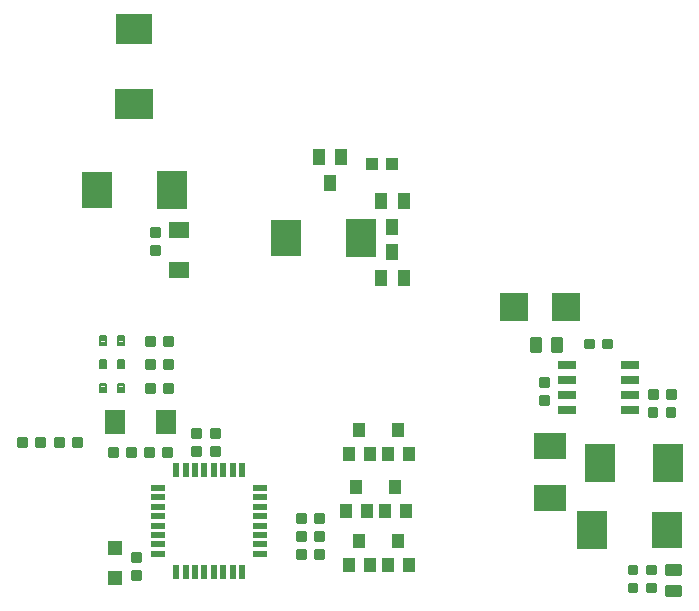
<source format=gtp>
G75*
%MOIN*%
%OFA0B0*%
%FSLAX24Y24*%
%IPPOS*%
%LPD*%
%AMOC8*
5,1,8,0,0,1.08239X$1,22.5*
%
%ADD10R,0.0600X0.0250*%
%ADD11C,0.0088*%
%ADD12R,0.1000X0.1200*%
%ADD13R,0.1000X0.1250*%
%ADD14C,0.0100*%
%ADD15R,0.0984X0.1260*%
%ADD16R,0.1080X0.0850*%
%ADD17R,0.0220X0.0500*%
%ADD18R,0.0500X0.0220*%
%ADD19R,0.0945X0.0945*%
%ADD20R,0.0500X0.0500*%
%ADD21R,0.0400X0.0450*%
%ADD22C,0.0075*%
%ADD23R,0.0700X0.0800*%
%ADD24R,0.0394X0.0551*%
%ADD25R,0.0709X0.0551*%
%ADD26R,0.1200X0.1000*%
%ADD27R,0.1250X0.1000*%
%ADD28R,0.0394X0.0433*%
D10*
X019076Y009290D03*
X019076Y009790D03*
X019076Y010290D03*
X019076Y010790D03*
X021176Y010790D03*
X021176Y010290D03*
X021176Y009790D03*
X021176Y009290D03*
D11*
X021780Y009085D02*
X022042Y009085D01*
X021780Y009085D02*
X021780Y009347D01*
X022042Y009347D01*
X022042Y009085D01*
X022042Y009172D02*
X021780Y009172D01*
X021780Y009259D02*
X022042Y009259D01*
X022042Y009346D02*
X021780Y009346D01*
X021788Y009697D02*
X022050Y009697D01*
X021788Y009697D02*
X021788Y009959D01*
X022050Y009959D01*
X022050Y009697D01*
X022050Y009784D02*
X021788Y009784D01*
X021788Y009871D02*
X022050Y009871D01*
X022050Y009958D02*
X021788Y009958D01*
X022388Y009697D02*
X022650Y009697D01*
X022388Y009697D02*
X022388Y009959D01*
X022650Y009959D01*
X022650Y009697D01*
X022650Y009784D02*
X022388Y009784D01*
X022388Y009871D02*
X022650Y009871D01*
X022650Y009958D02*
X022388Y009958D01*
X022380Y009085D02*
X022642Y009085D01*
X022380Y009085D02*
X022380Y009347D01*
X022642Y009347D01*
X022642Y009085D01*
X022642Y009172D02*
X022380Y009172D01*
X022380Y009259D02*
X022642Y009259D01*
X022642Y009346D02*
X022380Y009346D01*
X020529Y011641D02*
X020267Y011641D01*
X020529Y011641D02*
X020529Y011379D01*
X020267Y011379D01*
X020267Y011641D01*
X020267Y011466D02*
X020529Y011466D01*
X020529Y011553D02*
X020267Y011553D01*
X020267Y011640D02*
X020529Y011640D01*
X019929Y011641D02*
X019667Y011641D01*
X019929Y011641D02*
X019929Y011379D01*
X019667Y011379D01*
X019667Y011641D01*
X019667Y011466D02*
X019929Y011466D01*
X019929Y011553D02*
X019667Y011553D01*
X019667Y011640D02*
X019929Y011640D01*
X018419Y010361D02*
X018419Y010099D01*
X018157Y010099D01*
X018157Y010361D01*
X018419Y010361D01*
X018419Y010186D02*
X018157Y010186D01*
X018157Y010273D02*
X018419Y010273D01*
X018419Y010360D02*
X018157Y010360D01*
X018419Y009761D02*
X018419Y009499D01*
X018157Y009499D01*
X018157Y009761D01*
X018419Y009761D01*
X018419Y009586D02*
X018157Y009586D01*
X018157Y009673D02*
X018419Y009673D01*
X018419Y009760D02*
X018157Y009760D01*
X021375Y004110D02*
X021375Y003848D01*
X021113Y003848D01*
X021113Y004110D01*
X021375Y004110D01*
X021375Y003935D02*
X021113Y003935D01*
X021113Y004022D02*
X021375Y004022D01*
X021375Y004109D02*
X021113Y004109D01*
X021375Y003510D02*
X021375Y003248D01*
X021113Y003248D01*
X021113Y003510D01*
X021375Y003510D01*
X021375Y003335D02*
X021113Y003335D01*
X021113Y003422D02*
X021375Y003422D01*
X021375Y003509D02*
X021113Y003509D01*
X021986Y003510D02*
X021986Y003248D01*
X021724Y003248D01*
X021724Y003510D01*
X021986Y003510D01*
X021986Y003335D02*
X021724Y003335D01*
X021724Y003422D02*
X021986Y003422D01*
X021986Y003509D02*
X021724Y003509D01*
X021986Y003848D02*
X021986Y004110D01*
X021986Y003848D02*
X021724Y003848D01*
X021724Y004110D01*
X021986Y004110D01*
X021986Y003935D02*
X021724Y003935D01*
X021724Y004022D02*
X021986Y004022D01*
X021986Y004109D02*
X021724Y004109D01*
X010925Y004358D02*
X010663Y004358D01*
X010663Y004620D01*
X010925Y004620D01*
X010925Y004358D01*
X010925Y004445D02*
X010663Y004445D01*
X010663Y004532D02*
X010925Y004532D01*
X010925Y004619D02*
X010663Y004619D01*
X010325Y004358D02*
X010063Y004358D01*
X010063Y004620D01*
X010325Y004620D01*
X010325Y004358D01*
X010325Y004445D02*
X010063Y004445D01*
X010063Y004532D02*
X010325Y004532D01*
X010325Y004619D02*
X010063Y004619D01*
X010059Y004959D02*
X010321Y004959D01*
X010059Y004959D02*
X010059Y005221D01*
X010321Y005221D01*
X010321Y004959D01*
X010321Y005046D02*
X010059Y005046D01*
X010059Y005133D02*
X010321Y005133D01*
X010321Y005220D02*
X010059Y005220D01*
X010050Y005827D02*
X010312Y005827D01*
X010312Y005565D01*
X010050Y005565D01*
X010050Y005827D01*
X010050Y005652D02*
X010312Y005652D01*
X010312Y005739D02*
X010050Y005739D01*
X010050Y005826D02*
X010312Y005826D01*
X010650Y005827D02*
X010912Y005827D01*
X010912Y005565D01*
X010650Y005565D01*
X010650Y005827D01*
X010650Y005652D02*
X010912Y005652D01*
X010912Y005739D02*
X010650Y005739D01*
X010650Y005826D02*
X010912Y005826D01*
X010921Y004959D02*
X010659Y004959D01*
X010659Y005221D01*
X010921Y005221D01*
X010921Y004959D01*
X010921Y005046D02*
X010659Y005046D01*
X010659Y005133D02*
X010921Y005133D01*
X010921Y005220D02*
X010659Y005220D01*
X007209Y007809D02*
X007209Y008071D01*
X007471Y008071D01*
X007471Y007809D01*
X007209Y007809D01*
X007209Y007896D02*
X007471Y007896D01*
X007471Y007983D02*
X007209Y007983D01*
X007209Y008070D02*
X007471Y008070D01*
X007209Y008409D02*
X007209Y008671D01*
X007471Y008671D01*
X007471Y008409D01*
X007209Y008409D01*
X007209Y008496D02*
X007471Y008496D01*
X007471Y008583D02*
X007209Y008583D01*
X007209Y008670D02*
X007471Y008670D01*
X006559Y008671D02*
X006559Y008409D01*
X006559Y008671D02*
X006821Y008671D01*
X006821Y008409D01*
X006559Y008409D01*
X006559Y008496D02*
X006821Y008496D01*
X006821Y008583D02*
X006559Y008583D01*
X006559Y008670D02*
X006821Y008670D01*
X006559Y008071D02*
X006559Y007809D01*
X006559Y008071D02*
X006821Y008071D01*
X006821Y007809D01*
X006559Y007809D01*
X006559Y007896D02*
X006821Y007896D01*
X006821Y007983D02*
X006559Y007983D01*
X006559Y008070D02*
X006821Y008070D01*
X005871Y007759D02*
X005609Y007759D01*
X005609Y008021D01*
X005871Y008021D01*
X005871Y007759D01*
X005871Y007846D02*
X005609Y007846D01*
X005609Y007933D02*
X005871Y007933D01*
X005871Y008020D02*
X005609Y008020D01*
X005271Y007759D02*
X005009Y007759D01*
X005009Y008021D01*
X005271Y008021D01*
X005271Y007759D01*
X005271Y007846D02*
X005009Y007846D01*
X005009Y007933D02*
X005271Y007933D01*
X005271Y008020D02*
X005009Y008020D01*
X004671Y008021D02*
X004409Y008021D01*
X004671Y008021D02*
X004671Y007759D01*
X004409Y007759D01*
X004409Y008021D01*
X004409Y007846D02*
X004671Y007846D01*
X004671Y007933D02*
X004409Y007933D01*
X004409Y008020D02*
X004671Y008020D01*
X004071Y008021D02*
X003809Y008021D01*
X004071Y008021D02*
X004071Y007759D01*
X003809Y007759D01*
X003809Y008021D01*
X003809Y007846D02*
X004071Y007846D01*
X004071Y007933D02*
X003809Y007933D01*
X003809Y008020D02*
X004071Y008020D01*
X002867Y008101D02*
X002605Y008101D01*
X002605Y008363D01*
X002867Y008363D01*
X002867Y008101D01*
X002867Y008188D02*
X002605Y008188D01*
X002605Y008275D02*
X002867Y008275D01*
X002867Y008362D02*
X002605Y008362D01*
X002267Y008101D02*
X002005Y008101D01*
X002005Y008363D01*
X002267Y008363D01*
X002267Y008101D01*
X002267Y008188D02*
X002005Y008188D01*
X002005Y008275D02*
X002267Y008275D01*
X002267Y008362D02*
X002005Y008362D01*
X001621Y008371D02*
X001359Y008371D01*
X001621Y008371D02*
X001621Y008109D01*
X001359Y008109D01*
X001359Y008371D01*
X001359Y008196D02*
X001621Y008196D01*
X001621Y008283D02*
X001359Y008283D01*
X001359Y008370D02*
X001621Y008370D01*
X001021Y008371D02*
X000759Y008371D01*
X001021Y008371D02*
X001021Y008109D01*
X000759Y008109D01*
X000759Y008371D01*
X000759Y008196D02*
X001021Y008196D01*
X001021Y008283D02*
X000759Y008283D01*
X000759Y008370D02*
X001021Y008370D01*
X005027Y010162D02*
X005289Y010162D01*
X005289Y009900D01*
X005027Y009900D01*
X005027Y010162D01*
X005027Y009987D02*
X005289Y009987D01*
X005289Y010074D02*
X005027Y010074D01*
X005027Y010161D02*
X005289Y010161D01*
X005627Y010162D02*
X005889Y010162D01*
X005889Y009900D01*
X005627Y009900D01*
X005627Y010162D01*
X005627Y009987D02*
X005889Y009987D01*
X005889Y010074D02*
X005627Y010074D01*
X005627Y010161D02*
X005889Y010161D01*
X005889Y010950D02*
X005627Y010950D01*
X005889Y010950D02*
X005889Y010688D01*
X005627Y010688D01*
X005627Y010950D01*
X005627Y010775D02*
X005889Y010775D01*
X005889Y010862D02*
X005627Y010862D01*
X005627Y010949D02*
X005889Y010949D01*
X005889Y011737D02*
X005627Y011737D01*
X005889Y011737D02*
X005889Y011475D01*
X005627Y011475D01*
X005627Y011737D01*
X005627Y011562D02*
X005889Y011562D01*
X005889Y011649D02*
X005627Y011649D01*
X005627Y011736D02*
X005889Y011736D01*
X005289Y011737D02*
X005027Y011737D01*
X005289Y011737D02*
X005289Y011475D01*
X005027Y011475D01*
X005027Y011737D01*
X005027Y011562D02*
X005289Y011562D01*
X005289Y011649D02*
X005027Y011649D01*
X005027Y011736D02*
X005289Y011736D01*
X005289Y010950D02*
X005027Y010950D01*
X005289Y010950D02*
X005289Y010688D01*
X005027Y010688D01*
X005027Y010950D01*
X005027Y010775D02*
X005289Y010775D01*
X005289Y010862D02*
X005027Y010862D01*
X005027Y010949D02*
X005289Y010949D01*
X005471Y014509D02*
X005471Y014771D01*
X005471Y014509D02*
X005209Y014509D01*
X005209Y014771D01*
X005471Y014771D01*
X005471Y014596D02*
X005209Y014596D01*
X005209Y014683D02*
X005471Y014683D01*
X005471Y014770D02*
X005209Y014770D01*
X005471Y015109D02*
X005471Y015371D01*
X005471Y015109D02*
X005209Y015109D01*
X005209Y015371D01*
X005471Y015371D01*
X005471Y015196D02*
X005209Y015196D01*
X005209Y015283D02*
X005471Y015283D01*
X005471Y015370D02*
X005209Y015370D01*
X004559Y004521D02*
X004559Y004259D01*
X004559Y004521D02*
X004821Y004521D01*
X004821Y004259D01*
X004559Y004259D01*
X004559Y004346D02*
X004821Y004346D01*
X004821Y004433D02*
X004559Y004433D01*
X004559Y004520D02*
X004821Y004520D01*
X004559Y003921D02*
X004559Y003659D01*
X004559Y003921D02*
X004821Y003921D01*
X004821Y003659D01*
X004559Y003659D01*
X004559Y003746D02*
X004821Y003746D01*
X004821Y003833D02*
X004559Y003833D01*
X004559Y003920D02*
X004821Y003920D01*
D12*
X009690Y015040D03*
X003390Y016640D03*
X022409Y005288D03*
D13*
X019909Y005288D03*
X012190Y015040D03*
X005890Y016640D03*
D14*
X017844Y011257D02*
X018144Y011257D01*
X017844Y011257D02*
X017844Y011707D01*
X018144Y011707D01*
X018144Y011257D01*
X018144Y011356D02*
X017844Y011356D01*
X017844Y011455D02*
X018144Y011455D01*
X018144Y011554D02*
X017844Y011554D01*
X017844Y011653D02*
X018144Y011653D01*
X018544Y011257D02*
X018844Y011257D01*
X018544Y011257D02*
X018544Y011707D01*
X018844Y011707D01*
X018844Y011257D01*
X018844Y011356D02*
X018544Y011356D01*
X018544Y011455D02*
X018844Y011455D01*
X018844Y011554D02*
X018544Y011554D01*
X018544Y011653D02*
X018844Y011653D01*
X022819Y004129D02*
X022819Y003829D01*
X022369Y003829D01*
X022369Y004129D01*
X022819Y004129D01*
X022819Y003928D02*
X022369Y003928D01*
X022369Y004027D02*
X022819Y004027D01*
X022819Y004126D02*
X022369Y004126D01*
X022819Y003429D02*
X022819Y003129D01*
X022369Y003129D01*
X022369Y003429D01*
X022819Y003429D01*
X022819Y003228D02*
X022369Y003228D01*
X022369Y003327D02*
X022819Y003327D01*
X022819Y003426D02*
X022369Y003426D01*
D15*
X022414Y007537D03*
X020170Y007537D03*
D16*
X018477Y008097D03*
X018477Y006357D03*
D17*
X008234Y007290D03*
X007919Y007290D03*
X007604Y007290D03*
X007289Y007290D03*
X006974Y007290D03*
X006659Y007290D03*
X006344Y007290D03*
X006029Y007290D03*
X006029Y003910D03*
X006344Y003910D03*
X006659Y003910D03*
X006974Y003910D03*
X007289Y003910D03*
X007604Y003910D03*
X007919Y003910D03*
X008234Y003910D03*
D18*
X008821Y004497D03*
X008821Y004812D03*
X008821Y005127D03*
X008821Y005442D03*
X008821Y005757D03*
X008821Y006072D03*
X008821Y006387D03*
X008821Y006702D03*
X005441Y006702D03*
X005441Y006387D03*
X005441Y006072D03*
X005441Y005757D03*
X005441Y005442D03*
X005441Y005127D03*
X005441Y004812D03*
X005441Y004497D03*
D19*
X017283Y012742D03*
X019015Y012742D03*
D20*
X003990Y003690D03*
X003990Y004690D03*
D21*
X011690Y005940D03*
X012390Y005940D03*
X012990Y005940D03*
X013690Y005940D03*
X013340Y006740D03*
X013090Y007840D03*
X012490Y007840D03*
X011790Y007840D03*
X012140Y008640D03*
X013440Y008640D03*
X013790Y007840D03*
X012040Y006740D03*
X012140Y004940D03*
X011790Y004140D03*
X012490Y004140D03*
X013090Y004140D03*
X013790Y004140D03*
X013440Y004940D03*
D22*
X004303Y009893D02*
X004077Y009893D01*
X004077Y010169D01*
X004303Y010169D01*
X004303Y009893D01*
X004303Y009967D02*
X004077Y009967D01*
X004077Y010041D02*
X004303Y010041D01*
X004303Y010115D02*
X004077Y010115D01*
X003703Y009893D02*
X003477Y009893D01*
X003477Y010169D01*
X003703Y010169D01*
X003703Y009893D01*
X003703Y009967D02*
X003477Y009967D01*
X003477Y010041D02*
X003703Y010041D01*
X003703Y010115D02*
X003477Y010115D01*
X003477Y010681D02*
X003703Y010681D01*
X003477Y010681D02*
X003477Y010957D01*
X003703Y010957D01*
X003703Y010681D01*
X003703Y010755D02*
X003477Y010755D01*
X003477Y010829D02*
X003703Y010829D01*
X003703Y010903D02*
X003477Y010903D01*
X003477Y011468D02*
X003703Y011468D01*
X003477Y011468D02*
X003477Y011744D01*
X003703Y011744D01*
X003703Y011468D01*
X003703Y011542D02*
X003477Y011542D01*
X003477Y011616D02*
X003703Y011616D01*
X003703Y011690D02*
X003477Y011690D01*
X004077Y011468D02*
X004303Y011468D01*
X004077Y011468D02*
X004077Y011744D01*
X004303Y011744D01*
X004303Y011468D01*
X004303Y011542D02*
X004077Y011542D01*
X004077Y011616D02*
X004303Y011616D01*
X004303Y011690D02*
X004077Y011690D01*
X004077Y010681D02*
X004303Y010681D01*
X004077Y010681D02*
X004077Y010957D01*
X004303Y010957D01*
X004303Y010681D01*
X004303Y010755D02*
X004077Y010755D01*
X004077Y010829D02*
X004303Y010829D01*
X004303Y010903D02*
X004077Y010903D01*
D23*
X003990Y008890D03*
X005690Y008890D03*
D24*
X012866Y013707D03*
X013614Y013707D03*
X013240Y014573D03*
X013240Y015407D03*
X012866Y016273D03*
X013614Y016273D03*
X011538Y017738D03*
X010790Y017738D03*
X011164Y016872D03*
D25*
X006140Y015309D03*
X006140Y013971D03*
D26*
X004640Y021990D03*
D27*
X004640Y019490D03*
D28*
X012561Y017502D03*
X013231Y017502D03*
M02*

</source>
